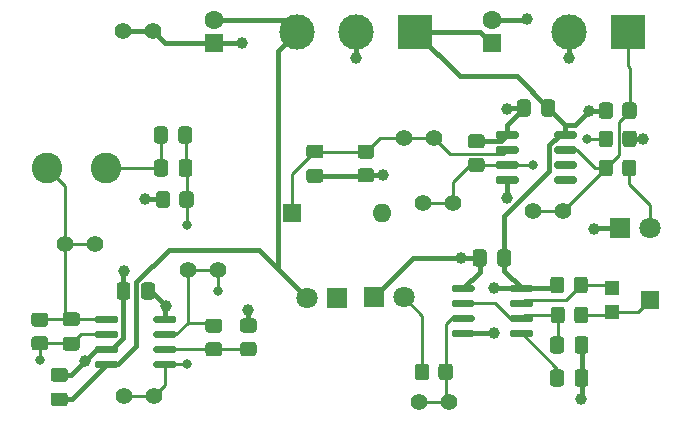
<source format=gtl>
%TF.GenerationSoftware,KiCad,Pcbnew,5.1.10-88a1d61d58~88~ubuntu18.04.1*%
%TF.CreationDate,2021-06-11T13:40:42+04:00*%
%TF.ProjectId,DetecteurPresence,44657465-6374-4657-9572-50726573656e,1.0*%
%TF.SameCoordinates,Original*%
%TF.FileFunction,Copper,L1,Top*%
%TF.FilePolarity,Positive*%
%FSLAX46Y46*%
G04 Gerber Fmt 4.6, Leading zero omitted, Abs format (unit mm)*
G04 Created by KiCad (PCBNEW 5.1.10-88a1d61d58~88~ubuntu18.04.1) date 2021-06-11 13:40:42*
%MOMM*%
%LPD*%
G01*
G04 APERTURE LIST*
%TA.AperFunction,ComponentPad*%
%ADD10C,1.400000*%
%TD*%
%TA.AperFunction,ComponentPad*%
%ADD11R,1.600000X1.600000*%
%TD*%
%TA.AperFunction,ComponentPad*%
%ADD12C,1.600000*%
%TD*%
%TA.AperFunction,ComponentPad*%
%ADD13C,1.800000*%
%TD*%
%TA.AperFunction,ComponentPad*%
%ADD14R,1.800000X1.800000*%
%TD*%
%TA.AperFunction,ComponentPad*%
%ADD15O,1.600000X1.600000*%
%TD*%
%TA.AperFunction,ComponentPad*%
%ADD16C,3.000000*%
%TD*%
%TA.AperFunction,ComponentPad*%
%ADD17R,3.000000X3.000000*%
%TD*%
%TA.AperFunction,ComponentPad*%
%ADD18C,2.600000*%
%TD*%
%TA.AperFunction,SMDPad,CuDef*%
%ADD19R,1.200000X1.200000*%
%TD*%
%TA.AperFunction,SMDPad,CuDef*%
%ADD20R,1.500000X1.600000*%
%TD*%
%TA.AperFunction,ViaPad*%
%ADD21C,0.800000*%
%TD*%
%TA.AperFunction,ViaPad*%
%ADD22C,1.000000*%
%TD*%
%TA.AperFunction,Conductor*%
%ADD23C,0.250000*%
%TD*%
%TA.AperFunction,Conductor*%
%ADD24C,0.400000*%
%TD*%
G04 APERTURE END LIST*
%TO.P,R7,2*%
%TO.N,GND*%
%TA.AperFunction,SMDPad,CuDef*%
G36*
G01*
X59632001Y-33398000D02*
X58731999Y-33398000D01*
G75*
G02*
X58482000Y-33148001I0J249999D01*
G01*
X58482000Y-32447999D01*
G75*
G02*
X58731999Y-32198000I249999J0D01*
G01*
X59632001Y-32198000D01*
G75*
G02*
X59882000Y-32447999I0J-249999D01*
G01*
X59882000Y-33148001D01*
G75*
G02*
X59632001Y-33398000I-249999J0D01*
G01*
G37*
%TD.AperFunction*%
%TO.P,R7,1*%
%TO.N,/Vref*%
%TA.AperFunction,SMDPad,CuDef*%
G36*
G01*
X59632001Y-35398000D02*
X58731999Y-35398000D01*
G75*
G02*
X58482000Y-35148001I0J249999D01*
G01*
X58482000Y-34447999D01*
G75*
G02*
X58731999Y-34198000I249999J0D01*
G01*
X59632001Y-34198000D01*
G75*
G02*
X59882000Y-34447999I0J-249999D01*
G01*
X59882000Y-35148001D01*
G75*
G02*
X59632001Y-35398000I-249999J0D01*
G01*
G37*
%TD.AperFunction*%
%TD*%
D10*
%TO.P,TP8,1*%
%TO.N,GND*%
X31775400Y-23469600D03*
X29235400Y-23469600D03*
%TD*%
%TO.P,C1,2*%
%TO.N,Net-(C1-Pad2)*%
%TA.AperFunction,SMDPad,CuDef*%
G36*
G01*
X24417000Y-49345000D02*
X25367000Y-49345000D01*
G75*
G02*
X25617000Y-49595000I0J-250000D01*
G01*
X25617000Y-50270000D01*
G75*
G02*
X25367000Y-50520000I-250000J0D01*
G01*
X24417000Y-50520000D01*
G75*
G02*
X24167000Y-50270000I0J250000D01*
G01*
X24167000Y-49595000D01*
G75*
G02*
X24417000Y-49345000I250000J0D01*
G01*
G37*
%TD.AperFunction*%
%TO.P,C1,1*%
%TO.N,/Viu*%
%TA.AperFunction,SMDPad,CuDef*%
G36*
G01*
X24417000Y-47270000D02*
X25367000Y-47270000D01*
G75*
G02*
X25617000Y-47520000I0J-250000D01*
G01*
X25617000Y-48195000D01*
G75*
G02*
X25367000Y-48445000I-250000J0D01*
G01*
X24417000Y-48445000D01*
G75*
G02*
X24167000Y-48195000I0J250000D01*
G01*
X24167000Y-47520000D01*
G75*
G02*
X24417000Y-47270000I250000J0D01*
G01*
G37*
%TD.AperFunction*%
%TD*%
D11*
%TO.P,C2,1*%
%TO.N,VCC*%
X60500000Y-24500000D03*
D12*
%TO.P,C2,2*%
%TO.N,GND*%
X60500000Y-22500000D03*
%TD*%
%TO.P,C3,2*%
%TO.N,VEE*%
X37000000Y-22500000D03*
D11*
%TO.P,C3,1*%
%TO.N,GND*%
X37000000Y-24500000D03*
%TD*%
%TO.P,C4,1*%
%TO.N,VCC*%
%TA.AperFunction,SMDPad,CuDef*%
G36*
G01*
X31978000Y-44991000D02*
X31978000Y-45941000D01*
G75*
G02*
X31728000Y-46191000I-250000J0D01*
G01*
X31053000Y-46191000D01*
G75*
G02*
X30803000Y-45941000I0J250000D01*
G01*
X30803000Y-44991000D01*
G75*
G02*
X31053000Y-44741000I250000J0D01*
G01*
X31728000Y-44741000D01*
G75*
G02*
X31978000Y-44991000I0J-250000D01*
G01*
G37*
%TD.AperFunction*%
%TO.P,C4,2*%
%TO.N,GND*%
%TA.AperFunction,SMDPad,CuDef*%
G36*
G01*
X29903000Y-44991000D02*
X29903000Y-45941000D01*
G75*
G02*
X29653000Y-46191000I-250000J0D01*
G01*
X28978000Y-46191000D01*
G75*
G02*
X28728000Y-45941000I0J250000D01*
G01*
X28728000Y-44991000D01*
G75*
G02*
X28978000Y-44741000I250000J0D01*
G01*
X29653000Y-44741000D01*
G75*
G02*
X29903000Y-44991000I0J-250000D01*
G01*
G37*
%TD.AperFunction*%
%TD*%
%TO.P,C5,2*%
%TO.N,VEE*%
%TA.AperFunction,SMDPad,CuDef*%
G36*
G01*
X23401000Y-54065500D02*
X24351000Y-54065500D01*
G75*
G02*
X24601000Y-54315500I0J-250000D01*
G01*
X24601000Y-54990500D01*
G75*
G02*
X24351000Y-55240500I-250000J0D01*
G01*
X23401000Y-55240500D01*
G75*
G02*
X23151000Y-54990500I0J250000D01*
G01*
X23151000Y-54315500D01*
G75*
G02*
X23401000Y-54065500I250000J0D01*
G01*
G37*
%TD.AperFunction*%
%TO.P,C5,1*%
%TO.N,GND*%
%TA.AperFunction,SMDPad,CuDef*%
G36*
G01*
X23401000Y-51990500D02*
X24351000Y-51990500D01*
G75*
G02*
X24601000Y-52240500I0J-250000D01*
G01*
X24601000Y-52915500D01*
G75*
G02*
X24351000Y-53165500I-250000J0D01*
G01*
X23401000Y-53165500D01*
G75*
G02*
X23151000Y-52915500I0J250000D01*
G01*
X23151000Y-52240500D01*
G75*
G02*
X23401000Y-51990500I250000J0D01*
G01*
G37*
%TD.AperFunction*%
%TD*%
%TO.P,C6,1*%
%TO.N,/Vf*%
%TA.AperFunction,SMDPad,CuDef*%
G36*
G01*
X35131500Y-31783000D02*
X35131500Y-32733000D01*
G75*
G02*
X34881500Y-32983000I-250000J0D01*
G01*
X34206500Y-32983000D01*
G75*
G02*
X33956500Y-32733000I0J250000D01*
G01*
X33956500Y-31783000D01*
G75*
G02*
X34206500Y-31533000I250000J0D01*
G01*
X34881500Y-31533000D01*
G75*
G02*
X35131500Y-31783000I0J-250000D01*
G01*
G37*
%TD.AperFunction*%
%TO.P,C6,2*%
%TO.N,Net-(C6-Pad2)*%
%TA.AperFunction,SMDPad,CuDef*%
G36*
G01*
X33056500Y-31783000D02*
X33056500Y-32733000D01*
G75*
G02*
X32806500Y-32983000I-250000J0D01*
G01*
X32131500Y-32983000D01*
G75*
G02*
X31881500Y-32733000I0J250000D01*
G01*
X31881500Y-31783000D01*
G75*
G02*
X32131500Y-31533000I250000J0D01*
G01*
X32806500Y-31533000D01*
G75*
G02*
X33056500Y-31783000I0J-250000D01*
G01*
G37*
%TD.AperFunction*%
%TD*%
%TO.P,C7,2*%
%TO.N,Net-(C6-Pad2)*%
%TA.AperFunction,SMDPad,CuDef*%
G36*
G01*
X33078000Y-34577000D02*
X33078000Y-35527000D01*
G75*
G02*
X32828000Y-35777000I-250000J0D01*
G01*
X32153000Y-35777000D01*
G75*
G02*
X31903000Y-35527000I0J250000D01*
G01*
X31903000Y-34577000D01*
G75*
G02*
X32153000Y-34327000I250000J0D01*
G01*
X32828000Y-34327000D01*
G75*
G02*
X33078000Y-34577000I0J-250000D01*
G01*
G37*
%TD.AperFunction*%
%TO.P,C7,1*%
%TO.N,/Vf*%
%TA.AperFunction,SMDPad,CuDef*%
G36*
G01*
X35153000Y-34577000D02*
X35153000Y-35527000D01*
G75*
G02*
X34903000Y-35777000I-250000J0D01*
G01*
X34228000Y-35777000D01*
G75*
G02*
X33978000Y-35527000I0J250000D01*
G01*
X33978000Y-34577000D01*
G75*
G02*
X34228000Y-34327000I250000J0D01*
G01*
X34903000Y-34327000D01*
G75*
G02*
X35153000Y-34577000I0J-250000D01*
G01*
G37*
%TD.AperFunction*%
%TD*%
%TO.P,C8,1*%
%TO.N,Net-(C8-Pad1)*%
%TA.AperFunction,SMDPad,CuDef*%
G36*
G01*
X65431000Y-53307000D02*
X65431000Y-52357000D01*
G75*
G02*
X65681000Y-52107000I250000J0D01*
G01*
X66356000Y-52107000D01*
G75*
G02*
X66606000Y-52357000I0J-250000D01*
G01*
X66606000Y-53307000D01*
G75*
G02*
X66356000Y-53557000I-250000J0D01*
G01*
X65681000Y-53557000D01*
G75*
G02*
X65431000Y-53307000I0J250000D01*
G01*
G37*
%TD.AperFunction*%
%TO.P,C8,2*%
%TO.N,GND*%
%TA.AperFunction,SMDPad,CuDef*%
G36*
G01*
X67506000Y-53307000D02*
X67506000Y-52357000D01*
G75*
G02*
X67756000Y-52107000I250000J0D01*
G01*
X68431000Y-52107000D01*
G75*
G02*
X68681000Y-52357000I0J-250000D01*
G01*
X68681000Y-53307000D01*
G75*
G02*
X68431000Y-53557000I-250000J0D01*
G01*
X67756000Y-53557000D01*
G75*
G02*
X67506000Y-53307000I0J250000D01*
G01*
G37*
%TD.AperFunction*%
%TD*%
%TO.P,C9,1*%
%TO.N,/Vd*%
%TA.AperFunction,SMDPad,CuDef*%
G36*
G01*
X45041800Y-33067500D02*
X45991800Y-33067500D01*
G75*
G02*
X46241800Y-33317500I0J-250000D01*
G01*
X46241800Y-33992500D01*
G75*
G02*
X45991800Y-34242500I-250000J0D01*
G01*
X45041800Y-34242500D01*
G75*
G02*
X44791800Y-33992500I0J250000D01*
G01*
X44791800Y-33317500D01*
G75*
G02*
X45041800Y-33067500I250000J0D01*
G01*
G37*
%TD.AperFunction*%
%TO.P,C9,2*%
%TO.N,GND*%
%TA.AperFunction,SMDPad,CuDef*%
G36*
G01*
X45041800Y-35142500D02*
X45991800Y-35142500D01*
G75*
G02*
X46241800Y-35392500I0J-250000D01*
G01*
X46241800Y-36067500D01*
G75*
G02*
X45991800Y-36317500I-250000J0D01*
G01*
X45041800Y-36317500D01*
G75*
G02*
X44791800Y-36067500I0J250000D01*
G01*
X44791800Y-35392500D01*
G75*
G02*
X45041800Y-35142500I250000J0D01*
G01*
G37*
%TD.AperFunction*%
%TD*%
%TO.P,C10,1*%
%TO.N,VCC*%
%TA.AperFunction,SMDPad,CuDef*%
G36*
G01*
X62131500Y-42197000D02*
X62131500Y-43147000D01*
G75*
G02*
X61881500Y-43397000I-250000J0D01*
G01*
X61206500Y-43397000D01*
G75*
G02*
X60956500Y-43147000I0J250000D01*
G01*
X60956500Y-42197000D01*
G75*
G02*
X61206500Y-41947000I250000J0D01*
G01*
X61881500Y-41947000D01*
G75*
G02*
X62131500Y-42197000I0J-250000D01*
G01*
G37*
%TD.AperFunction*%
%TO.P,C10,2*%
%TO.N,GND*%
%TA.AperFunction,SMDPad,CuDef*%
G36*
G01*
X60056500Y-42197000D02*
X60056500Y-43147000D01*
G75*
G02*
X59806500Y-43397000I-250000J0D01*
G01*
X59131500Y-43397000D01*
G75*
G02*
X58881500Y-43147000I0J250000D01*
G01*
X58881500Y-42197000D01*
G75*
G02*
X59131500Y-41947000I250000J0D01*
G01*
X59806500Y-41947000D01*
G75*
G02*
X60056500Y-42197000I0J-250000D01*
G01*
G37*
%TD.AperFunction*%
%TD*%
%TO.P,C11,2*%
%TO.N,VCC*%
%TA.AperFunction,SMDPad,CuDef*%
G36*
G01*
X64690500Y-30447000D02*
X64690500Y-29497000D01*
G75*
G02*
X64940500Y-29247000I250000J0D01*
G01*
X65615500Y-29247000D01*
G75*
G02*
X65865500Y-29497000I0J-250000D01*
G01*
X65865500Y-30447000D01*
G75*
G02*
X65615500Y-30697000I-250000J0D01*
G01*
X64940500Y-30697000D01*
G75*
G02*
X64690500Y-30447000I0J250000D01*
G01*
G37*
%TD.AperFunction*%
%TO.P,C11,1*%
%TO.N,GND*%
%TA.AperFunction,SMDPad,CuDef*%
G36*
G01*
X62615500Y-30447000D02*
X62615500Y-29497000D01*
G75*
G02*
X62865500Y-29247000I250000J0D01*
G01*
X63540500Y-29247000D01*
G75*
G02*
X63790500Y-29497000I0J-250000D01*
G01*
X63790500Y-30447000D01*
G75*
G02*
X63540500Y-30697000I-250000J0D01*
G01*
X62865500Y-30697000D01*
G75*
G02*
X62615500Y-30447000I0J250000D01*
G01*
G37*
%TD.AperFunction*%
%TD*%
%TO.P,C12,2*%
%TO.N,GND*%
%TA.AperFunction,SMDPad,CuDef*%
G36*
G01*
X67506000Y-50513000D02*
X67506000Y-49563000D01*
G75*
G02*
X67756000Y-49313000I250000J0D01*
G01*
X68431000Y-49313000D01*
G75*
G02*
X68681000Y-49563000I0J-250000D01*
G01*
X68681000Y-50513000D01*
G75*
G02*
X68431000Y-50763000I-250000J0D01*
G01*
X67756000Y-50763000D01*
G75*
G02*
X67506000Y-50513000I0J250000D01*
G01*
G37*
%TD.AperFunction*%
%TO.P,C12,1*%
%TO.N,Net-(C12-Pad1)*%
%TA.AperFunction,SMDPad,CuDef*%
G36*
G01*
X65431000Y-50513000D02*
X65431000Y-49563000D01*
G75*
G02*
X65681000Y-49313000I250000J0D01*
G01*
X66356000Y-49313000D01*
G75*
G02*
X66606000Y-49563000I0J-250000D01*
G01*
X66606000Y-50513000D01*
G75*
G02*
X66356000Y-50763000I-250000J0D01*
G01*
X65681000Y-50763000D01*
G75*
G02*
X65431000Y-50513000I0J250000D01*
G01*
G37*
%TD.AperFunction*%
%TD*%
D13*
%TO.P,D1,2*%
%TO.N,VEE*%
X44831000Y-46024800D03*
D14*
%TO.P,D1,1*%
%TO.N,Net-(C1-Pad2)*%
X47371000Y-46024800D03*
%TD*%
D11*
%TO.P,D2,1*%
%TO.N,/Vd*%
X43586400Y-38862000D03*
D15*
%TO.P,D2,2*%
%TO.N,/Va*%
X51206400Y-38862000D03*
%TD*%
D14*
%TO.P,D3,1*%
%TO.N,GND*%
X71374000Y-40132000D03*
D13*
%TO.P,D3,2*%
%TO.N,Net-(D3-Pad2)*%
X73914000Y-40132000D03*
%TD*%
D14*
%TO.P,D4,1*%
%TO.N,GND*%
X50500000Y-46000000D03*
D13*
%TO.P,D4,2*%
%TO.N,Net-(D4-Pad2)*%
X53040000Y-46000000D03*
%TD*%
D16*
%TO.P,J1,3*%
%TO.N,VEE*%
X44000000Y-23500000D03*
%TO.P,J1,2*%
%TO.N,GND*%
X49000000Y-23500000D03*
D17*
%TO.P,J1,1*%
%TO.N,VCC*%
X54000000Y-23500000D03*
%TD*%
%TO.P,J2,1*%
%TO.N,/Vir*%
X72000000Y-23500000D03*
D16*
%TO.P,J2,2*%
%TO.N,GND*%
X67000000Y-23500000D03*
%TD*%
D18*
%TO.P,L1,1*%
%TO.N,/Viu*%
X22860000Y-35052000D03*
%TO.P,L1,2*%
%TO.N,Net-(C6-Pad2)*%
X27860000Y-35052000D03*
%TD*%
%TO.P,R1,1*%
%TO.N,/Viu*%
%TA.AperFunction,SMDPad,CuDef*%
G36*
G01*
X21774999Y-47295000D02*
X22675001Y-47295000D01*
G75*
G02*
X22925000Y-47544999I0J-249999D01*
G01*
X22925000Y-48245001D01*
G75*
G02*
X22675001Y-48495000I-249999J0D01*
G01*
X21774999Y-48495000D01*
G75*
G02*
X21525000Y-48245001I0J249999D01*
G01*
X21525000Y-47544999D01*
G75*
G02*
X21774999Y-47295000I249999J0D01*
G01*
G37*
%TD.AperFunction*%
%TO.P,R1,2*%
%TO.N,Net-(C1-Pad2)*%
%TA.AperFunction,SMDPad,CuDef*%
G36*
G01*
X21774999Y-49295000D02*
X22675001Y-49295000D01*
G75*
G02*
X22925000Y-49544999I0J-249999D01*
G01*
X22925000Y-50245001D01*
G75*
G02*
X22675001Y-50495000I-249999J0D01*
G01*
X21774999Y-50495000D01*
G75*
G02*
X21525000Y-50245001I0J249999D01*
G01*
X21525000Y-49544999D01*
G75*
G02*
X21774999Y-49295000I249999J0D01*
G01*
G37*
%TD.AperFunction*%
%TD*%
%TO.P,R2,2*%
%TO.N,GND*%
%TA.AperFunction,SMDPad,CuDef*%
G36*
G01*
X33255000Y-37268999D02*
X33255000Y-38169001D01*
G75*
G02*
X33005001Y-38419000I-249999J0D01*
G01*
X32304999Y-38419000D01*
G75*
G02*
X32055000Y-38169001I0J249999D01*
G01*
X32055000Y-37268999D01*
G75*
G02*
X32304999Y-37019000I249999J0D01*
G01*
X33005001Y-37019000D01*
G75*
G02*
X33255000Y-37268999I0J-249999D01*
G01*
G37*
%TD.AperFunction*%
%TO.P,R2,1*%
%TO.N,/Vf*%
%TA.AperFunction,SMDPad,CuDef*%
G36*
G01*
X35255000Y-37268999D02*
X35255000Y-38169001D01*
G75*
G02*
X35005001Y-38419000I-249999J0D01*
G01*
X34304999Y-38419000D01*
G75*
G02*
X34055000Y-38169001I0J249999D01*
G01*
X34055000Y-37268999D01*
G75*
G02*
X34304999Y-37019000I249999J0D01*
G01*
X35005001Y-37019000D01*
G75*
G02*
X35255000Y-37268999I0J-249999D01*
G01*
G37*
%TD.AperFunction*%
%TD*%
%TO.P,R3,1*%
%TO.N,Net-(R3-Pad1)*%
%TA.AperFunction,SMDPad,CuDef*%
G36*
G01*
X40328001Y-50987000D02*
X39427999Y-50987000D01*
G75*
G02*
X39178000Y-50737001I0J249999D01*
G01*
X39178000Y-50036999D01*
G75*
G02*
X39427999Y-49787000I249999J0D01*
G01*
X40328001Y-49787000D01*
G75*
G02*
X40578000Y-50036999I0J-249999D01*
G01*
X40578000Y-50737001D01*
G75*
G02*
X40328001Y-50987000I-249999J0D01*
G01*
G37*
%TD.AperFunction*%
%TO.P,R3,2*%
%TO.N,GND*%
%TA.AperFunction,SMDPad,CuDef*%
G36*
G01*
X40328001Y-48987000D02*
X39427999Y-48987000D01*
G75*
G02*
X39178000Y-48737001I0J249999D01*
G01*
X39178000Y-48036999D01*
G75*
G02*
X39427999Y-47787000I249999J0D01*
G01*
X40328001Y-47787000D01*
G75*
G02*
X40578000Y-48036999I0J-249999D01*
G01*
X40578000Y-48737001D01*
G75*
G02*
X40328001Y-48987000I-249999J0D01*
G01*
G37*
%TD.AperFunction*%
%TD*%
%TO.P,R4,1*%
%TO.N,/Va*%
%TA.AperFunction,SMDPad,CuDef*%
G36*
G01*
X36506999Y-47803000D02*
X37407001Y-47803000D01*
G75*
G02*
X37657000Y-48052999I0J-249999D01*
G01*
X37657000Y-48753001D01*
G75*
G02*
X37407001Y-49003000I-249999J0D01*
G01*
X36506999Y-49003000D01*
G75*
G02*
X36257000Y-48753001I0J249999D01*
G01*
X36257000Y-48052999D01*
G75*
G02*
X36506999Y-47803000I249999J0D01*
G01*
G37*
%TD.AperFunction*%
%TO.P,R4,2*%
%TO.N,Net-(R3-Pad1)*%
%TA.AperFunction,SMDPad,CuDef*%
G36*
G01*
X36506999Y-49803000D02*
X37407001Y-49803000D01*
G75*
G02*
X37657000Y-50052999I0J-249999D01*
G01*
X37657000Y-50753001D01*
G75*
G02*
X37407001Y-51003000I-249999J0D01*
G01*
X36506999Y-51003000D01*
G75*
G02*
X36257000Y-50753001I0J249999D01*
G01*
X36257000Y-50052999D01*
G75*
G02*
X36506999Y-49803000I249999J0D01*
G01*
G37*
%TD.AperFunction*%
%TD*%
%TO.P,R5,2*%
%TO.N,/Vd*%
%TA.AperFunction,SMDPad,CuDef*%
G36*
G01*
X50284801Y-34271000D02*
X49384799Y-34271000D01*
G75*
G02*
X49134800Y-34021001I0J249999D01*
G01*
X49134800Y-33320999D01*
G75*
G02*
X49384799Y-33071000I249999J0D01*
G01*
X50284801Y-33071000D01*
G75*
G02*
X50534800Y-33320999I0J-249999D01*
G01*
X50534800Y-34021001D01*
G75*
G02*
X50284801Y-34271000I-249999J0D01*
G01*
G37*
%TD.AperFunction*%
%TO.P,R5,1*%
%TO.N,GND*%
%TA.AperFunction,SMDPad,CuDef*%
G36*
G01*
X50284801Y-36271000D02*
X49384799Y-36271000D01*
G75*
G02*
X49134800Y-36021001I0J249999D01*
G01*
X49134800Y-35320999D01*
G75*
G02*
X49384799Y-35071000I249999J0D01*
G01*
X50284801Y-35071000D01*
G75*
G02*
X50534800Y-35320999I0J-249999D01*
G01*
X50534800Y-36021001D01*
G75*
G02*
X50284801Y-36271000I-249999J0D01*
G01*
G37*
%TD.AperFunction*%
%TD*%
%TO.P,R6,1*%
%TO.N,VCC*%
%TA.AperFunction,SMDPad,CuDef*%
G36*
G01*
X72761400Y-32138199D02*
X72761400Y-33038201D01*
G75*
G02*
X72511401Y-33288200I-249999J0D01*
G01*
X71811399Y-33288200D01*
G75*
G02*
X71561400Y-33038201I0J249999D01*
G01*
X71561400Y-32138199D01*
G75*
G02*
X71811399Y-31888200I249999J0D01*
G01*
X72511401Y-31888200D01*
G75*
G02*
X72761400Y-32138199I0J-249999D01*
G01*
G37*
%TD.AperFunction*%
%TO.P,R6,2*%
%TO.N,/Vref*%
%TA.AperFunction,SMDPad,CuDef*%
G36*
G01*
X70761400Y-32138199D02*
X70761400Y-33038201D01*
G75*
G02*
X70511401Y-33288200I-249999J0D01*
G01*
X69811399Y-33288200D01*
G75*
G02*
X69561400Y-33038201I0J249999D01*
G01*
X69561400Y-32138199D01*
G75*
G02*
X69811399Y-31888200I249999J0D01*
G01*
X70511401Y-31888200D01*
G75*
G02*
X70761400Y-32138199I0J-249999D01*
G01*
G37*
%TD.AperFunction*%
%TD*%
%TO.P,R8,1*%
%TO.N,VCC*%
%TA.AperFunction,SMDPad,CuDef*%
G36*
G01*
X69561400Y-30650601D02*
X69561400Y-29750599D01*
G75*
G02*
X69811399Y-29500600I249999J0D01*
G01*
X70511401Y-29500600D01*
G75*
G02*
X70761400Y-29750599I0J-249999D01*
G01*
X70761400Y-30650601D01*
G75*
G02*
X70511401Y-30900600I-249999J0D01*
G01*
X69811399Y-30900600D01*
G75*
G02*
X69561400Y-30650601I0J249999D01*
G01*
G37*
%TD.AperFunction*%
%TO.P,R8,2*%
%TO.N,/Vir*%
%TA.AperFunction,SMDPad,CuDef*%
G36*
G01*
X71561400Y-30650601D02*
X71561400Y-29750599D01*
G75*
G02*
X71811399Y-29500600I249999J0D01*
G01*
X72511401Y-29500600D01*
G75*
G02*
X72761400Y-29750599I0J-249999D01*
G01*
X72761400Y-30650601D01*
G75*
G02*
X72511401Y-30900600I-249999J0D01*
G01*
X71811399Y-30900600D01*
G75*
G02*
X71561400Y-30650601I0J249999D01*
G01*
G37*
%TD.AperFunction*%
%TD*%
%TO.P,R9,2*%
%TO.N,Net-(D3-Pad2)*%
%TA.AperFunction,SMDPad,CuDef*%
G36*
G01*
X71536000Y-35502001D02*
X71536000Y-34601999D01*
G75*
G02*
X71785999Y-34352000I249999J0D01*
G01*
X72486001Y-34352000D01*
G75*
G02*
X72736000Y-34601999I0J-249999D01*
G01*
X72736000Y-35502001D01*
G75*
G02*
X72486001Y-35752000I-249999J0D01*
G01*
X71785999Y-35752000D01*
G75*
G02*
X71536000Y-35502001I0J249999D01*
G01*
G37*
%TD.AperFunction*%
%TO.P,R9,1*%
%TO.N,/Vir*%
%TA.AperFunction,SMDPad,CuDef*%
G36*
G01*
X69536000Y-35502001D02*
X69536000Y-34601999D01*
G75*
G02*
X69785999Y-34352000I249999J0D01*
G01*
X70486001Y-34352000D01*
G75*
G02*
X70736000Y-34601999I0J-249999D01*
G01*
X70736000Y-35502001D01*
G75*
G02*
X70486001Y-35752000I-249999J0D01*
G01*
X69785999Y-35752000D01*
G75*
G02*
X69536000Y-35502001I0J249999D01*
G01*
G37*
%TD.AperFunction*%
%TD*%
%TO.P,R10,1*%
%TO.N,VCC*%
%TA.AperFunction,SMDPad,CuDef*%
G36*
G01*
X65440000Y-45408001D02*
X65440000Y-44507999D01*
G75*
G02*
X65689999Y-44258000I249999J0D01*
G01*
X66390001Y-44258000D01*
G75*
G02*
X66640000Y-44507999I0J-249999D01*
G01*
X66640000Y-45408001D01*
G75*
G02*
X66390001Y-45658000I-249999J0D01*
G01*
X65689999Y-45658000D01*
G75*
G02*
X65440000Y-45408001I0J249999D01*
G01*
G37*
%TD.AperFunction*%
%TO.P,R10,2*%
%TO.N,Net-(R10-Pad2)*%
%TA.AperFunction,SMDPad,CuDef*%
G36*
G01*
X67440000Y-45408001D02*
X67440000Y-44507999D01*
G75*
G02*
X67689999Y-44258000I249999J0D01*
G01*
X68390001Y-44258000D01*
G75*
G02*
X68640000Y-44507999I0J-249999D01*
G01*
X68640000Y-45408001D01*
G75*
G02*
X68390001Y-45658000I-249999J0D01*
G01*
X67689999Y-45658000D01*
G75*
G02*
X67440000Y-45408001I0J249999D01*
G01*
G37*
%TD.AperFunction*%
%TD*%
%TO.P,R12,2*%
%TO.N,Net-(C12-Pad1)*%
%TA.AperFunction,SMDPad,CuDef*%
G36*
G01*
X66672000Y-47047999D02*
X66672000Y-47948001D01*
G75*
G02*
X66422001Y-48198000I-249999J0D01*
G01*
X65721999Y-48198000D01*
G75*
G02*
X65472000Y-47948001I0J249999D01*
G01*
X65472000Y-47047999D01*
G75*
G02*
X65721999Y-46798000I249999J0D01*
G01*
X66422001Y-46798000D01*
G75*
G02*
X66672000Y-47047999I0J-249999D01*
G01*
G37*
%TD.AperFunction*%
%TO.P,R12,1*%
%TO.N,Net-(R12-Pad1)*%
%TA.AperFunction,SMDPad,CuDef*%
G36*
G01*
X68672000Y-47047999D02*
X68672000Y-47948001D01*
G75*
G02*
X68422001Y-48198000I-249999J0D01*
G01*
X67721999Y-48198000D01*
G75*
G02*
X67472000Y-47948001I0J249999D01*
G01*
X67472000Y-47047999D01*
G75*
G02*
X67721999Y-46798000I249999J0D01*
G01*
X68422001Y-46798000D01*
G75*
G02*
X68672000Y-47047999I0J-249999D01*
G01*
G37*
%TD.AperFunction*%
%TD*%
%TO.P,R13,2*%
%TO.N,Net-(D4-Pad2)*%
%TA.AperFunction,SMDPad,CuDef*%
G36*
G01*
X55184000Y-51873999D02*
X55184000Y-52774001D01*
G75*
G02*
X54934001Y-53024000I-249999J0D01*
G01*
X54233999Y-53024000D01*
G75*
G02*
X53984000Y-52774001I0J249999D01*
G01*
X53984000Y-51873999D01*
G75*
G02*
X54233999Y-51624000I249999J0D01*
G01*
X54934001Y-51624000D01*
G75*
G02*
X55184000Y-51873999I0J-249999D01*
G01*
G37*
%TD.AperFunction*%
%TO.P,R13,1*%
%TO.N,/Vast*%
%TA.AperFunction,SMDPad,CuDef*%
G36*
G01*
X57184000Y-51873999D02*
X57184000Y-52774001D01*
G75*
G02*
X56934001Y-53024000I-249999J0D01*
G01*
X56233999Y-53024000D01*
G75*
G02*
X55984000Y-52774001I0J249999D01*
G01*
X55984000Y-51873999D01*
G75*
G02*
X56233999Y-51624000I249999J0D01*
G01*
X56934001Y-51624000D01*
G75*
G02*
X57184000Y-51873999I0J-249999D01*
G01*
G37*
%TD.AperFunction*%
%TD*%
D19*
%TO.P,RV1,1*%
%TO.N,Net-(R10-Pad2)*%
X70664000Y-45228000D03*
%TO.P,RV1,3*%
%TO.N,Net-(R12-Pad1)*%
X70664000Y-47228000D03*
D20*
%TO.P,RV1,2*%
X73914000Y-46228000D03*
%TD*%
D10*
%TO.P,TP1,1*%
%TO.N,/Viu*%
X24384000Y-41529000D03*
X26924000Y-41529000D03*
%TD*%
%TO.P,TP2,1*%
%TO.N,/Vf*%
X31877000Y-54356000D03*
X29337000Y-54356000D03*
%TD*%
%TO.P,TP3,1*%
%TO.N,/Va*%
X34798000Y-43688000D03*
X37338000Y-43688000D03*
%TD*%
%TO.P,TP4,1*%
%TO.N,/Vd*%
X53086000Y-32512000D03*
X55626000Y-32512000D03*
%TD*%
%TO.P,TP5,1*%
%TO.N,/Vir*%
X63982600Y-38658800D03*
X66522600Y-38658800D03*
%TD*%
%TO.P,TP6,1*%
%TO.N,/Vast*%
X56896000Y-54864000D03*
X54356000Y-54864000D03*
%TD*%
%TO.P,TP7,1*%
%TO.N,/Vref*%
X57200800Y-38023800D03*
X54660800Y-38023800D03*
%TD*%
%TO.P,U1,1*%
%TO.N,/Viu*%
%TA.AperFunction,SMDPad,CuDef*%
G36*
G01*
X26903000Y-48029000D02*
X26903000Y-47729000D01*
G75*
G02*
X27053000Y-47579000I150000J0D01*
G01*
X28703000Y-47579000D01*
G75*
G02*
X28853000Y-47729000I0J-150000D01*
G01*
X28853000Y-48029000D01*
G75*
G02*
X28703000Y-48179000I-150000J0D01*
G01*
X27053000Y-48179000D01*
G75*
G02*
X26903000Y-48029000I0J150000D01*
G01*
G37*
%TD.AperFunction*%
%TO.P,U1,2*%
%TO.N,Net-(C1-Pad2)*%
%TA.AperFunction,SMDPad,CuDef*%
G36*
G01*
X26903000Y-49299000D02*
X26903000Y-48999000D01*
G75*
G02*
X27053000Y-48849000I150000J0D01*
G01*
X28703000Y-48849000D01*
G75*
G02*
X28853000Y-48999000I0J-150000D01*
G01*
X28853000Y-49299000D01*
G75*
G02*
X28703000Y-49449000I-150000J0D01*
G01*
X27053000Y-49449000D01*
G75*
G02*
X26903000Y-49299000I0J150000D01*
G01*
G37*
%TD.AperFunction*%
%TO.P,U1,3*%
%TO.N,GND*%
%TA.AperFunction,SMDPad,CuDef*%
G36*
G01*
X26903000Y-50569000D02*
X26903000Y-50269000D01*
G75*
G02*
X27053000Y-50119000I150000J0D01*
G01*
X28703000Y-50119000D01*
G75*
G02*
X28853000Y-50269000I0J-150000D01*
G01*
X28853000Y-50569000D01*
G75*
G02*
X28703000Y-50719000I-150000J0D01*
G01*
X27053000Y-50719000D01*
G75*
G02*
X26903000Y-50569000I0J150000D01*
G01*
G37*
%TD.AperFunction*%
%TO.P,U1,4*%
%TO.N,VEE*%
%TA.AperFunction,SMDPad,CuDef*%
G36*
G01*
X26903000Y-51839000D02*
X26903000Y-51539000D01*
G75*
G02*
X27053000Y-51389000I150000J0D01*
G01*
X28703000Y-51389000D01*
G75*
G02*
X28853000Y-51539000I0J-150000D01*
G01*
X28853000Y-51839000D01*
G75*
G02*
X28703000Y-51989000I-150000J0D01*
G01*
X27053000Y-51989000D01*
G75*
G02*
X26903000Y-51839000I0J150000D01*
G01*
G37*
%TD.AperFunction*%
%TO.P,U1,5*%
%TO.N,/Vf*%
%TA.AperFunction,SMDPad,CuDef*%
G36*
G01*
X31853000Y-51839000D02*
X31853000Y-51539000D01*
G75*
G02*
X32003000Y-51389000I150000J0D01*
G01*
X33653000Y-51389000D01*
G75*
G02*
X33803000Y-51539000I0J-150000D01*
G01*
X33803000Y-51839000D01*
G75*
G02*
X33653000Y-51989000I-150000J0D01*
G01*
X32003000Y-51989000D01*
G75*
G02*
X31853000Y-51839000I0J150000D01*
G01*
G37*
%TD.AperFunction*%
%TO.P,U1,6*%
%TO.N,Net-(R3-Pad1)*%
%TA.AperFunction,SMDPad,CuDef*%
G36*
G01*
X31853000Y-50569000D02*
X31853000Y-50269000D01*
G75*
G02*
X32003000Y-50119000I150000J0D01*
G01*
X33653000Y-50119000D01*
G75*
G02*
X33803000Y-50269000I0J-150000D01*
G01*
X33803000Y-50569000D01*
G75*
G02*
X33653000Y-50719000I-150000J0D01*
G01*
X32003000Y-50719000D01*
G75*
G02*
X31853000Y-50569000I0J150000D01*
G01*
G37*
%TD.AperFunction*%
%TO.P,U1,7*%
%TO.N,/Va*%
%TA.AperFunction,SMDPad,CuDef*%
G36*
G01*
X31853000Y-49299000D02*
X31853000Y-48999000D01*
G75*
G02*
X32003000Y-48849000I150000J0D01*
G01*
X33653000Y-48849000D01*
G75*
G02*
X33803000Y-48999000I0J-150000D01*
G01*
X33803000Y-49299000D01*
G75*
G02*
X33653000Y-49449000I-150000J0D01*
G01*
X32003000Y-49449000D01*
G75*
G02*
X31853000Y-49299000I0J150000D01*
G01*
G37*
%TD.AperFunction*%
%TO.P,U1,8*%
%TO.N,VCC*%
%TA.AperFunction,SMDPad,CuDef*%
G36*
G01*
X31853000Y-48029000D02*
X31853000Y-47729000D01*
G75*
G02*
X32003000Y-47579000I150000J0D01*
G01*
X33653000Y-47579000D01*
G75*
G02*
X33803000Y-47729000I0J-150000D01*
G01*
X33803000Y-48029000D01*
G75*
G02*
X33653000Y-48179000I-150000J0D01*
G01*
X32003000Y-48179000D01*
G75*
G02*
X31853000Y-48029000I0J150000D01*
G01*
G37*
%TD.AperFunction*%
%TD*%
%TO.P,U2,1*%
%TO.N,GND*%
%TA.AperFunction,SMDPad,CuDef*%
G36*
G01*
X57094000Y-45401000D02*
X57094000Y-45101000D01*
G75*
G02*
X57244000Y-44951000I150000J0D01*
G01*
X58894000Y-44951000D01*
G75*
G02*
X59044000Y-45101000I0J-150000D01*
G01*
X59044000Y-45401000D01*
G75*
G02*
X58894000Y-45551000I-150000J0D01*
G01*
X57244000Y-45551000D01*
G75*
G02*
X57094000Y-45401000I0J150000D01*
G01*
G37*
%TD.AperFunction*%
%TO.P,U2,2*%
%TO.N,Net-(C12-Pad1)*%
%TA.AperFunction,SMDPad,CuDef*%
G36*
G01*
X57094000Y-46671000D02*
X57094000Y-46371000D01*
G75*
G02*
X57244000Y-46221000I150000J0D01*
G01*
X58894000Y-46221000D01*
G75*
G02*
X59044000Y-46371000I0J-150000D01*
G01*
X59044000Y-46671000D01*
G75*
G02*
X58894000Y-46821000I-150000J0D01*
G01*
X57244000Y-46821000D01*
G75*
G02*
X57094000Y-46671000I0J150000D01*
G01*
G37*
%TD.AperFunction*%
%TO.P,U2,3*%
%TO.N,/Vast*%
%TA.AperFunction,SMDPad,CuDef*%
G36*
G01*
X57094000Y-47941000D02*
X57094000Y-47641000D01*
G75*
G02*
X57244000Y-47491000I150000J0D01*
G01*
X58894000Y-47491000D01*
G75*
G02*
X59044000Y-47641000I0J-150000D01*
G01*
X59044000Y-47941000D01*
G75*
G02*
X58894000Y-48091000I-150000J0D01*
G01*
X57244000Y-48091000D01*
G75*
G02*
X57094000Y-47941000I0J150000D01*
G01*
G37*
%TD.AperFunction*%
%TO.P,U2,4*%
%TO.N,VCC*%
%TA.AperFunction,SMDPad,CuDef*%
G36*
G01*
X57094000Y-49211000D02*
X57094000Y-48911000D01*
G75*
G02*
X57244000Y-48761000I150000J0D01*
G01*
X58894000Y-48761000D01*
G75*
G02*
X59044000Y-48911000I0J-150000D01*
G01*
X59044000Y-49211000D01*
G75*
G02*
X58894000Y-49361000I-150000J0D01*
G01*
X57244000Y-49361000D01*
G75*
G02*
X57094000Y-49211000I0J150000D01*
G01*
G37*
%TD.AperFunction*%
%TO.P,U2,5*%
%TO.N,Net-(C8-Pad1)*%
%TA.AperFunction,SMDPad,CuDef*%
G36*
G01*
X62044000Y-49211000D02*
X62044000Y-48911000D01*
G75*
G02*
X62194000Y-48761000I150000J0D01*
G01*
X63844000Y-48761000D01*
G75*
G02*
X63994000Y-48911000I0J-150000D01*
G01*
X63994000Y-49211000D01*
G75*
G02*
X63844000Y-49361000I-150000J0D01*
G01*
X62194000Y-49361000D01*
G75*
G02*
X62044000Y-49211000I0J150000D01*
G01*
G37*
%TD.AperFunction*%
%TO.P,U2,6*%
%TO.N,Net-(C12-Pad1)*%
%TA.AperFunction,SMDPad,CuDef*%
G36*
G01*
X62044000Y-47941000D02*
X62044000Y-47641000D01*
G75*
G02*
X62194000Y-47491000I150000J0D01*
G01*
X63844000Y-47491000D01*
G75*
G02*
X63994000Y-47641000I0J-150000D01*
G01*
X63994000Y-47941000D01*
G75*
G02*
X63844000Y-48091000I-150000J0D01*
G01*
X62194000Y-48091000D01*
G75*
G02*
X62044000Y-47941000I0J150000D01*
G01*
G37*
%TD.AperFunction*%
%TO.P,U2,7*%
%TO.N,Net-(R10-Pad2)*%
%TA.AperFunction,SMDPad,CuDef*%
G36*
G01*
X62044000Y-46671000D02*
X62044000Y-46371000D01*
G75*
G02*
X62194000Y-46221000I150000J0D01*
G01*
X63844000Y-46221000D01*
G75*
G02*
X63994000Y-46371000I0J-150000D01*
G01*
X63994000Y-46671000D01*
G75*
G02*
X63844000Y-46821000I-150000J0D01*
G01*
X62194000Y-46821000D01*
G75*
G02*
X62044000Y-46671000I0J150000D01*
G01*
G37*
%TD.AperFunction*%
%TO.P,U2,8*%
%TO.N,VCC*%
%TA.AperFunction,SMDPad,CuDef*%
G36*
G01*
X62044000Y-45401000D02*
X62044000Y-45101000D01*
G75*
G02*
X62194000Y-44951000I150000J0D01*
G01*
X63844000Y-44951000D01*
G75*
G02*
X63994000Y-45101000I0J-150000D01*
G01*
X63994000Y-45401000D01*
G75*
G02*
X63844000Y-45551000I-150000J0D01*
G01*
X62194000Y-45551000D01*
G75*
G02*
X62044000Y-45401000I0J150000D01*
G01*
G37*
%TD.AperFunction*%
%TD*%
%TO.P,U3,8*%
%TO.N,VCC*%
%TA.AperFunction,SMDPad,CuDef*%
G36*
G01*
X65762000Y-32408000D02*
X65762000Y-32108000D01*
G75*
G02*
X65912000Y-31958000I150000J0D01*
G01*
X67562000Y-31958000D01*
G75*
G02*
X67712000Y-32108000I0J-150000D01*
G01*
X67712000Y-32408000D01*
G75*
G02*
X67562000Y-32558000I-150000J0D01*
G01*
X65912000Y-32558000D01*
G75*
G02*
X65762000Y-32408000I0J150000D01*
G01*
G37*
%TD.AperFunction*%
%TO.P,U3,7*%
%TO.N,/Vir*%
%TA.AperFunction,SMDPad,CuDef*%
G36*
G01*
X65762000Y-33678000D02*
X65762000Y-33378000D01*
G75*
G02*
X65912000Y-33228000I150000J0D01*
G01*
X67562000Y-33228000D01*
G75*
G02*
X67712000Y-33378000I0J-150000D01*
G01*
X67712000Y-33678000D01*
G75*
G02*
X67562000Y-33828000I-150000J0D01*
G01*
X65912000Y-33828000D01*
G75*
G02*
X65762000Y-33678000I0J150000D01*
G01*
G37*
%TD.AperFunction*%
%TO.P,U3,6*%
%TO.N,Net-(U3-Pad6)*%
%TA.AperFunction,SMDPad,CuDef*%
G36*
G01*
X65762000Y-34948000D02*
X65762000Y-34648000D01*
G75*
G02*
X65912000Y-34498000I150000J0D01*
G01*
X67562000Y-34498000D01*
G75*
G02*
X67712000Y-34648000I0J-150000D01*
G01*
X67712000Y-34948000D01*
G75*
G02*
X67562000Y-35098000I-150000J0D01*
G01*
X65912000Y-35098000D01*
G75*
G02*
X65762000Y-34948000I0J150000D01*
G01*
G37*
%TD.AperFunction*%
%TO.P,U3,5*%
%TO.N,Net-(U3-Pad5)*%
%TA.AperFunction,SMDPad,CuDef*%
G36*
G01*
X65762000Y-36218000D02*
X65762000Y-35918000D01*
G75*
G02*
X65912000Y-35768000I150000J0D01*
G01*
X67562000Y-35768000D01*
G75*
G02*
X67712000Y-35918000I0J-150000D01*
G01*
X67712000Y-36218000D01*
G75*
G02*
X67562000Y-36368000I-150000J0D01*
G01*
X65912000Y-36368000D01*
G75*
G02*
X65762000Y-36218000I0J150000D01*
G01*
G37*
%TD.AperFunction*%
%TO.P,U3,4*%
%TO.N,GND*%
%TA.AperFunction,SMDPad,CuDef*%
G36*
G01*
X60812000Y-36218000D02*
X60812000Y-35918000D01*
G75*
G02*
X60962000Y-35768000I150000J0D01*
G01*
X62612000Y-35768000D01*
G75*
G02*
X62762000Y-35918000I0J-150000D01*
G01*
X62762000Y-36218000D01*
G75*
G02*
X62612000Y-36368000I-150000J0D01*
G01*
X60962000Y-36368000D01*
G75*
G02*
X60812000Y-36218000I0J150000D01*
G01*
G37*
%TD.AperFunction*%
%TO.P,U3,3*%
%TO.N,/Vref*%
%TA.AperFunction,SMDPad,CuDef*%
G36*
G01*
X60812000Y-34948000D02*
X60812000Y-34648000D01*
G75*
G02*
X60962000Y-34498000I150000J0D01*
G01*
X62612000Y-34498000D01*
G75*
G02*
X62762000Y-34648000I0J-150000D01*
G01*
X62762000Y-34948000D01*
G75*
G02*
X62612000Y-35098000I-150000J0D01*
G01*
X60962000Y-35098000D01*
G75*
G02*
X60812000Y-34948000I0J150000D01*
G01*
G37*
%TD.AperFunction*%
%TO.P,U3,2*%
%TO.N,/Vd*%
%TA.AperFunction,SMDPad,CuDef*%
G36*
G01*
X60812000Y-33678000D02*
X60812000Y-33378000D01*
G75*
G02*
X60962000Y-33228000I150000J0D01*
G01*
X62612000Y-33228000D01*
G75*
G02*
X62762000Y-33378000I0J-150000D01*
G01*
X62762000Y-33678000D01*
G75*
G02*
X62612000Y-33828000I-150000J0D01*
G01*
X60962000Y-33828000D01*
G75*
G02*
X60812000Y-33678000I0J150000D01*
G01*
G37*
%TD.AperFunction*%
%TO.P,U3,1*%
%TO.N,GND*%
%TA.AperFunction,SMDPad,CuDef*%
G36*
G01*
X60812000Y-32408000D02*
X60812000Y-32108000D01*
G75*
G02*
X60962000Y-31958000I150000J0D01*
G01*
X62612000Y-31958000D01*
G75*
G02*
X62762000Y-32108000I0J-150000D01*
G01*
X62762000Y-32408000D01*
G75*
G02*
X62612000Y-32558000I-150000J0D01*
G01*
X60962000Y-32558000D01*
G75*
G02*
X60812000Y-32408000I0J150000D01*
G01*
G37*
%TD.AperFunction*%
%TD*%
D21*
%TO.N,Net-(C1-Pad2)*%
X22225000Y-51308000D03*
D22*
%TO.N,VCC*%
X60706000Y-45212000D03*
X60705984Y-49022000D03*
X73279000Y-32639000D03*
X68707000Y-30226000D03*
X32893000Y-46736000D03*
%TO.N,GND*%
X68072000Y-54610000D03*
X57912022Y-42672000D03*
X69138800Y-40182800D03*
X61772800Y-37592000D03*
X61747400Y-30022800D03*
X67056000Y-25781000D03*
X63500000Y-22479000D03*
X49022000Y-25781000D03*
X39370000Y-24511000D03*
X51308000Y-35687000D03*
X26035000Y-51435000D03*
X29337000Y-43815000D03*
X31115000Y-37719000D03*
X39878000Y-47117000D03*
D21*
%TO.N,/Vf*%
X34671000Y-51689000D03*
X34671000Y-39878000D03*
%TO.N,/Va*%
X37338000Y-45466000D03*
%TO.N,/Vref*%
X63957200Y-34823400D03*
X68529200Y-32639000D03*
%TD*%
D23*
%TO.N,Net-(C1-Pad2)*%
X24854500Y-49895000D02*
X24892000Y-49932500D01*
X22225000Y-49895000D02*
X24854500Y-49895000D01*
X25675500Y-49149000D02*
X27878000Y-49149000D01*
X24892000Y-49932500D02*
X25675500Y-49149000D01*
X22225000Y-49895000D02*
X22225000Y-51308000D01*
%TO.N,/Viu*%
X24913500Y-47879000D02*
X24892000Y-47857500D01*
X27878000Y-47879000D02*
X24913500Y-47879000D01*
X22262500Y-47857500D02*
X22225000Y-47895000D01*
X24892000Y-47857500D02*
X22262500Y-47857500D01*
X24384000Y-47349500D02*
X24892000Y-47857500D01*
X24384000Y-41529000D02*
X24384000Y-47349500D01*
X24384000Y-41529000D02*
X26924000Y-41529000D01*
X24384000Y-36576000D02*
X22860000Y-35052000D01*
X24384000Y-41529000D02*
X24384000Y-36576000D01*
D24*
%TO.N,VCC*%
X61544000Y-43776000D02*
X63019000Y-45251000D01*
X61544000Y-42672000D02*
X61544000Y-43776000D01*
X65747000Y-45251000D02*
X66040000Y-44958000D01*
X63019000Y-45251000D02*
X65747000Y-45251000D01*
X63019000Y-45251000D02*
X60745000Y-45251000D01*
X60745000Y-45251000D02*
X60706000Y-45212000D01*
X60666984Y-49061000D02*
X60705984Y-49022000D01*
X58069000Y-49061000D02*
X60666984Y-49061000D01*
X66737000Y-31431000D02*
X65278000Y-29972000D01*
X66737000Y-32258000D02*
X66737000Y-31431000D01*
X59500000Y-23500000D02*
X60500000Y-24500000D01*
X54000000Y-23500000D02*
X59500000Y-23500000D01*
X66254166Y-32258000D02*
X66737000Y-32258000D01*
X65361990Y-33150176D02*
X66254166Y-32258000D01*
X65361990Y-35334812D02*
X65361990Y-33150176D01*
X61544000Y-39152802D02*
X65361990Y-35334812D01*
X61544000Y-42672000D02*
X61544000Y-39152802D01*
X72161400Y-32588200D02*
X73228200Y-32588200D01*
X73228200Y-32588200D02*
X73279000Y-32639000D01*
X70136000Y-30226000D02*
X70161400Y-30200600D01*
X68707000Y-30226000D02*
X70136000Y-30226000D01*
X67502000Y-31431000D02*
X68707000Y-30226000D01*
X66737000Y-31431000D02*
X67502000Y-31431000D01*
X65278000Y-29972000D02*
X62611000Y-27305000D01*
X57805000Y-27305000D02*
X54000000Y-23500000D01*
X62611000Y-27305000D02*
X57805000Y-27305000D01*
X32828000Y-47879000D02*
X32828000Y-46801000D01*
X32828000Y-46801000D02*
X32893000Y-46736000D01*
X31623000Y-45466000D02*
X32893000Y-46736000D01*
X31390500Y-45466000D02*
X31623000Y-45466000D01*
%TO.N,GND*%
X59469000Y-43851000D02*
X58069000Y-45251000D01*
X59469000Y-42672000D02*
X59469000Y-43851000D01*
X68093500Y-50038000D02*
X68093500Y-52832000D01*
X68093500Y-52832000D02*
X68093500Y-54588500D01*
X68093500Y-54588500D02*
X68072000Y-54610000D01*
X59469000Y-42672000D02*
X57912022Y-42672000D01*
X71374000Y-40132000D02*
X69189600Y-40132000D01*
X69189600Y-40132000D02*
X69138800Y-40182800D01*
X61247000Y-32798000D02*
X61787000Y-32258000D01*
X59182000Y-32798000D02*
X61247000Y-32798000D01*
X61787000Y-31388000D02*
X63203000Y-29972000D01*
X61787000Y-32258000D02*
X61787000Y-31388000D01*
X61787000Y-36068000D02*
X61787000Y-37577800D01*
X61787000Y-37577800D02*
X61772800Y-37592000D01*
X63203000Y-29972000D02*
X61798200Y-29972000D01*
X61798200Y-29972000D02*
X61747400Y-30022800D01*
X67000000Y-23500000D02*
X67000000Y-25725000D01*
X67000000Y-25725000D02*
X67056000Y-25781000D01*
X60500000Y-22500000D02*
X63479000Y-22500000D01*
X63479000Y-22500000D02*
X63500000Y-22479000D01*
X49000000Y-23500000D02*
X49000000Y-25759000D01*
X49000000Y-25759000D02*
X49022000Y-25781000D01*
X37000000Y-24500000D02*
X39359000Y-24500000D01*
X39359000Y-24500000D02*
X39370000Y-24511000D01*
X49775800Y-35730000D02*
X49834800Y-35671000D01*
X45516800Y-35730000D02*
X49775800Y-35730000D01*
X49834800Y-35671000D02*
X51292000Y-35671000D01*
X51292000Y-35671000D02*
X51308000Y-35687000D01*
X53828000Y-42672000D02*
X57912022Y-42672000D01*
X50500000Y-46000000D02*
X53828000Y-42672000D01*
X32805800Y-24500000D02*
X31775400Y-23469600D01*
X37000000Y-24500000D02*
X32805800Y-24500000D01*
X31775400Y-23469600D02*
X29235400Y-23469600D01*
X28360834Y-50419000D02*
X27878000Y-50419000D01*
X29315500Y-49464334D02*
X28360834Y-50419000D01*
X29315500Y-45466000D02*
X29315500Y-49464334D01*
X27878000Y-50419000D02*
X27051000Y-50419000D01*
X27051000Y-50419000D02*
X26035000Y-51435000D01*
X24892000Y-52578000D02*
X26035000Y-51435000D01*
X23876000Y-52578000D02*
X24892000Y-52578000D01*
X29315500Y-45466000D02*
X29315500Y-43836500D01*
X29315500Y-43836500D02*
X29337000Y-43815000D01*
X32655000Y-37719000D02*
X31115000Y-37719000D01*
X39878000Y-48387000D02*
X39878000Y-47117000D01*
%TO.N,VEE*%
X43000000Y-22500000D02*
X37000000Y-22500000D01*
X44000000Y-23500000D02*
X43000000Y-22500000D01*
X42386399Y-43580199D02*
X44831000Y-46024800D01*
X42386399Y-25113601D02*
X42386399Y-43580199D01*
X44000000Y-23500000D02*
X42386399Y-25113601D01*
X24914000Y-54653000D02*
X27878000Y-51689000D01*
X23876000Y-54653000D02*
X24914000Y-54653000D01*
X33136755Y-41987989D02*
X40794189Y-41987989D01*
X30402990Y-44721754D02*
X33136755Y-41987989D01*
X30402990Y-50139010D02*
X30402990Y-44721754D01*
X28853000Y-51689000D02*
X30402990Y-50139010D01*
X40794189Y-41987989D02*
X42386399Y-43580199D01*
X27878000Y-51689000D02*
X28853000Y-51689000D01*
D23*
%TO.N,/Vf*%
X32828000Y-53405000D02*
X31877000Y-54356000D01*
X32828000Y-51689000D02*
X32828000Y-53405000D01*
X31877000Y-54356000D02*
X29337000Y-54356000D01*
X32828000Y-51689000D02*
X34671000Y-51689000D01*
X34671000Y-37735000D02*
X34655000Y-37719000D01*
X34671000Y-39878000D02*
X34671000Y-37735000D01*
X34655000Y-35141500D02*
X34565500Y-35052000D01*
X34655000Y-37719000D02*
X34655000Y-35141500D01*
X34565500Y-32279500D02*
X34544000Y-32258000D01*
X34565500Y-35052000D02*
X34565500Y-32279500D01*
%TO.N,Net-(C6-Pad2)*%
X32490500Y-32279500D02*
X32469000Y-32258000D01*
X32490500Y-35052000D02*
X32490500Y-32279500D01*
X27860000Y-35052000D02*
X32490500Y-35052000D01*
%TO.N,Net-(C8-Pad1)*%
X66018500Y-52060500D02*
X63019000Y-49061000D01*
X66018500Y-52832000D02*
X66018500Y-52060500D01*
%TO.N,/Vd*%
X45532800Y-33671000D02*
X45516800Y-33655000D01*
X49834800Y-33671000D02*
X45532800Y-33671000D01*
X43586400Y-35585400D02*
X43586400Y-38862000D01*
X45516800Y-33655000D02*
X43586400Y-35585400D01*
X61487000Y-33828000D02*
X56942000Y-33828000D01*
X56942000Y-33828000D02*
X55626000Y-32512000D01*
X61787000Y-33528000D02*
X61487000Y-33828000D01*
X55626000Y-32512000D02*
X53086000Y-32512000D01*
X50993800Y-32512000D02*
X49834800Y-33671000D01*
X53086000Y-32512000D02*
X50993800Y-32512000D01*
%TO.N,Net-(C12-Pad1)*%
X63312000Y-47498000D02*
X63019000Y-47791000D01*
X66072000Y-47498000D02*
X63312000Y-47498000D01*
X66072000Y-49984500D02*
X66018500Y-50038000D01*
X66072000Y-47498000D02*
X66072000Y-49984500D01*
X60774000Y-46521000D02*
X58069000Y-46521000D01*
X62044000Y-47791000D02*
X60774000Y-46521000D01*
X63019000Y-47791000D02*
X62044000Y-47791000D01*
%TO.N,/Va*%
X34798000Y-48154000D02*
X34798000Y-43688000D01*
X33803000Y-49149000D02*
X34798000Y-48154000D01*
X32828000Y-49149000D02*
X33803000Y-49149000D01*
X34798000Y-43688000D02*
X37338000Y-43688000D01*
X36708000Y-48154000D02*
X36957000Y-48403000D01*
X34798000Y-48154000D02*
X36708000Y-48154000D01*
X37338000Y-43688000D02*
X37338000Y-45466000D01*
%TO.N,Net-(D3-Pad2)*%
X72136000Y-35052000D02*
X72136000Y-36398200D01*
X73914000Y-38176200D02*
X73914000Y-40132000D01*
X72136000Y-36398200D02*
X73914000Y-38176200D01*
%TO.N,Net-(D4-Pad2)*%
X54584000Y-47544000D02*
X53040000Y-46000000D01*
X54584000Y-52324000D02*
X54584000Y-47544000D01*
%TO.N,/Vir*%
X63982600Y-38658800D02*
X66522600Y-38658800D01*
X67712000Y-33528000D02*
X69236000Y-35052000D01*
X69236000Y-35052000D02*
X70136000Y-35052000D01*
X66737000Y-33528000D02*
X67712000Y-33528000D01*
X71236390Y-31125610D02*
X72161400Y-30200600D01*
X71236390Y-33951610D02*
X71236390Y-31125610D01*
X70136000Y-35052000D02*
X71236390Y-33951610D01*
X70129400Y-35052000D02*
X70136000Y-35052000D01*
X66522600Y-38658800D02*
X70129400Y-35052000D01*
X72161400Y-30200600D02*
X72161400Y-26568400D01*
X72000000Y-26407000D02*
X72000000Y-23500000D01*
X72161400Y-26568400D02*
X72000000Y-26407000D01*
%TO.N,Net-(R3-Pad1)*%
X36941000Y-50419000D02*
X36957000Y-50403000D01*
X32828000Y-50419000D02*
X36941000Y-50419000D01*
X39862000Y-50403000D02*
X39878000Y-50387000D01*
X36957000Y-50403000D02*
X39862000Y-50403000D01*
%TO.N,/Vref*%
X61787000Y-34798000D02*
X63931800Y-34798000D01*
X63931800Y-34798000D02*
X63957200Y-34823400D01*
X70110600Y-32639000D02*
X70161400Y-32588200D01*
X68529200Y-32639000D02*
X70110600Y-32639000D01*
X61787000Y-34798000D02*
X59182000Y-34798000D01*
X59182000Y-34798000D02*
X58648600Y-34798000D01*
X57200800Y-36245800D02*
X57200800Y-38023800D01*
X58648600Y-34798000D02*
X57200800Y-36245800D01*
X57200800Y-38023800D02*
X54660800Y-38023800D01*
%TO.N,Net-(R10-Pad2)*%
X66777000Y-46221000D02*
X68040000Y-44958000D01*
X63319000Y-46221000D02*
X66777000Y-46221000D01*
X63019000Y-46521000D02*
X63319000Y-46221000D01*
X70394000Y-44958000D02*
X70664000Y-45228000D01*
X68040000Y-44958000D02*
X70394000Y-44958000D01*
%TO.N,Net-(R12-Pad1)*%
X72914000Y-47228000D02*
X73914000Y-46228000D01*
X70664000Y-47228000D02*
X72914000Y-47228000D01*
X70394000Y-47498000D02*
X70664000Y-47228000D01*
X68072000Y-47498000D02*
X70394000Y-47498000D01*
%TO.N,/Vast*%
X56584000Y-48301000D02*
X56584000Y-52324000D01*
X57094000Y-47791000D02*
X56584000Y-48301000D01*
X58069000Y-47791000D02*
X57094000Y-47791000D01*
X56584000Y-54552000D02*
X56896000Y-54864000D01*
X56584000Y-52324000D02*
X56584000Y-54552000D01*
X56896000Y-54864000D02*
X54356000Y-54864000D01*
%TD*%
M02*

</source>
